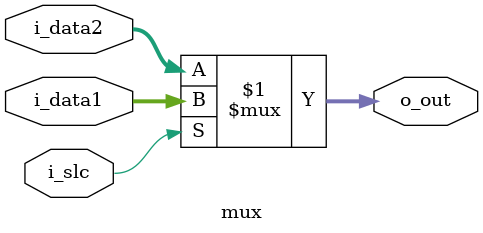
<source format=sv>
module mux
(
	// Inputs
	input		i_slc,
	input [5:0] i_data1,
	input [5:0]	i_data2,

	// Output
	output[5:0]	o_out
);

	// Asignacion del dato elegido de acuerdo a la posicion del selector
	assign o_out = i_slc ? i_data1 : i_data2;

endmodule

</source>
